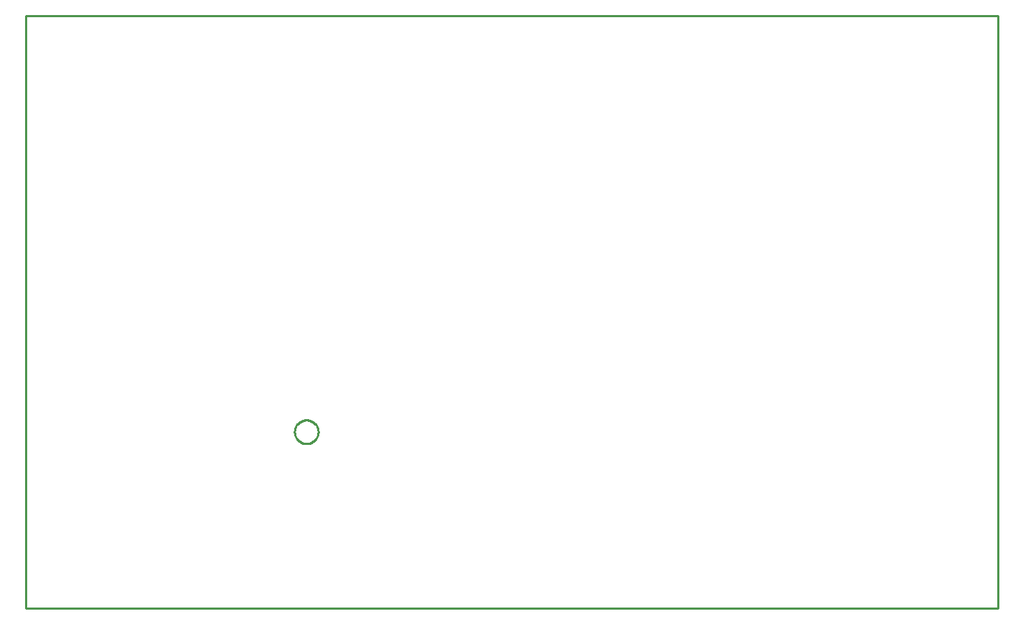
<source format=gbr>
G04 EAGLE Gerber RS-274X export*
G75*
%MOMM*%
%FSLAX34Y34*%
%LPD*%
%IN*%
%IPPOS*%
%AMOC8*
5,1,8,0,0,1.08239X$1,22.5*%
G01*
%ADD10C,0.254000*%


D10*
X223970Y121970D02*
X1373970Y121970D01*
X1373970Y821970D01*
X223970Y821970D01*
X223970Y121970D01*
X542260Y329700D02*
X542331Y328703D01*
X542474Y327713D01*
X542686Y326736D01*
X542968Y325776D01*
X543317Y324839D01*
X543733Y323929D01*
X544212Y323052D01*
X544753Y322210D01*
X545352Y321410D01*
X546007Y320654D01*
X546714Y319947D01*
X547470Y319292D01*
X548270Y318693D01*
X549112Y318152D01*
X549989Y317673D01*
X550899Y317257D01*
X551836Y316908D01*
X552796Y316626D01*
X553773Y316414D01*
X554763Y316271D01*
X555760Y316200D01*
X556760Y316200D01*
X557758Y316271D01*
X558747Y316414D01*
X559725Y316626D01*
X560684Y316908D01*
X561621Y317257D01*
X562531Y317673D01*
X563408Y318152D01*
X564250Y318693D01*
X565050Y319292D01*
X565806Y319947D01*
X566513Y320654D01*
X567168Y321410D01*
X567767Y322210D01*
X568308Y323052D01*
X568787Y323929D01*
X569203Y324839D01*
X569552Y325776D01*
X569834Y326736D01*
X570046Y327713D01*
X570189Y328703D01*
X570260Y329700D01*
X570260Y330700D01*
X570189Y331698D01*
X570046Y332687D01*
X569834Y333665D01*
X569552Y334624D01*
X569203Y335561D01*
X568787Y336471D01*
X568308Y337348D01*
X567767Y338190D01*
X567168Y338990D01*
X566513Y339746D01*
X565806Y340453D01*
X565050Y341108D01*
X564250Y341707D01*
X563408Y342248D01*
X562531Y342727D01*
X561621Y343143D01*
X560684Y343492D01*
X559725Y343774D01*
X558747Y343986D01*
X557758Y344129D01*
X556760Y344200D01*
X555760Y344200D01*
X554763Y344129D01*
X553773Y343986D01*
X552796Y343774D01*
X551836Y343492D01*
X550899Y343143D01*
X549989Y342727D01*
X549112Y342248D01*
X548270Y341707D01*
X547470Y341108D01*
X546714Y340453D01*
X546007Y339746D01*
X545352Y338990D01*
X544753Y338190D01*
X544212Y337348D01*
X543733Y336471D01*
X543317Y335561D01*
X542968Y334624D01*
X542686Y333665D01*
X542474Y332687D01*
X542331Y331698D01*
X542260Y330700D01*
X542260Y329700D01*
M02*

</source>
